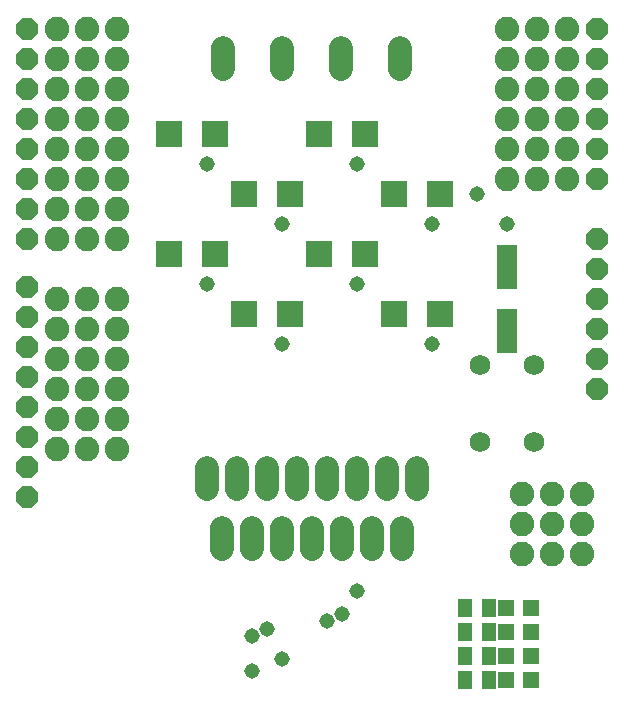
<source format=gts>
G75*
%MOIN*%
%OFA0B0*%
%FSLAX24Y24*%
%IPPOS*%
%LPD*%
%AMOC8*
5,1,8,0,0,1.08239X$1,22.5*
%
%ADD10OC8,0.0740*%
%ADD11C,0.0789*%
%ADD12C,0.0785*%
%ADD13C,0.0820*%
%ADD14R,0.0710X0.1458*%
%ADD15R,0.0867X0.0867*%
%ADD16C,0.0680*%
%ADD17R,0.0552X0.0552*%
%ADD18R,0.0513X0.0631*%
%ADD19C,0.0516*%
D10*
X001150Y012100D03*
X001150Y013100D03*
X001150Y014100D03*
X001150Y015100D03*
X001150Y016100D03*
X001150Y017100D03*
X001150Y018100D03*
X001150Y019100D03*
X001150Y020700D03*
X001150Y021700D03*
X001150Y022700D03*
X001150Y023700D03*
X001150Y024700D03*
X001150Y025700D03*
X001150Y026700D03*
X001150Y027700D03*
X020150Y027700D03*
X020150Y026700D03*
X020150Y025700D03*
X020150Y024700D03*
X020150Y023700D03*
X020150Y022700D03*
X020150Y020700D03*
X020150Y019700D03*
X020150Y018700D03*
X020150Y017700D03*
X020150Y016700D03*
X020150Y015700D03*
D11*
X007650Y011054D02*
X007650Y010346D01*
X008650Y010346D02*
X008650Y011054D01*
X009650Y011054D02*
X009650Y010346D01*
X010650Y010346D02*
X010650Y011054D01*
X011650Y011054D02*
X011650Y010346D01*
X012650Y010346D02*
X012650Y011054D01*
X013650Y011054D02*
X013650Y010346D01*
X013150Y012346D02*
X013150Y013054D01*
X012150Y013054D02*
X012150Y012346D01*
X011150Y012346D02*
X011150Y013054D01*
X010150Y013054D02*
X010150Y012346D01*
X009150Y012346D02*
X009150Y013054D01*
X008150Y013054D02*
X008150Y012346D01*
X007150Y012346D02*
X007150Y013054D01*
X014150Y013054D02*
X014150Y012346D01*
D12*
X013603Y026348D02*
X013603Y027053D01*
X011634Y027053D02*
X011634Y026348D01*
X009666Y026348D02*
X009666Y027053D01*
X007697Y027053D02*
X007697Y026348D01*
D13*
X004150Y026700D03*
X004150Y025700D03*
X004150Y024700D03*
X004150Y023700D03*
X004150Y022700D03*
X004150Y021700D03*
X004150Y020700D03*
X003150Y020700D03*
X003150Y021700D03*
X003150Y022700D03*
X003150Y023700D03*
X003150Y024700D03*
X003150Y025700D03*
X003150Y026700D03*
X003150Y027700D03*
X002150Y027700D03*
X002150Y026700D03*
X002150Y025700D03*
X002150Y024700D03*
X002150Y023700D03*
X002150Y022700D03*
X002150Y021700D03*
X002150Y020700D03*
X002150Y018700D03*
X002150Y017700D03*
X002150Y016700D03*
X002150Y015700D03*
X002150Y014700D03*
X002150Y013700D03*
X003150Y013700D03*
X003150Y014700D03*
X003150Y015700D03*
X003150Y016700D03*
X003150Y017700D03*
X003150Y018700D03*
X004150Y018700D03*
X004150Y017700D03*
X004150Y016700D03*
X004150Y015700D03*
X004150Y014700D03*
X004150Y013700D03*
X004150Y027700D03*
X017150Y027700D03*
X017150Y026700D03*
X017150Y025700D03*
X017150Y024700D03*
X017150Y023700D03*
X017150Y022700D03*
X018150Y022700D03*
X018150Y023700D03*
X018150Y024700D03*
X018150Y025700D03*
X018150Y026700D03*
X018150Y027700D03*
X019150Y027700D03*
X019150Y026700D03*
X019150Y025700D03*
X019150Y024700D03*
X019150Y023700D03*
X019150Y022700D03*
X018650Y012200D03*
X018650Y011200D03*
X018650Y010200D03*
X019650Y010200D03*
X019650Y011200D03*
X019650Y012200D03*
X017650Y012200D03*
X017650Y011200D03*
X017650Y010200D03*
D14*
X017150Y017637D03*
X017150Y019763D03*
D15*
X014914Y018200D03*
X013386Y018200D03*
X012414Y020200D03*
X010886Y020200D03*
X009914Y018200D03*
X008386Y018200D03*
X007414Y020200D03*
X005886Y020200D03*
X008386Y022200D03*
X007414Y024200D03*
X005886Y024200D03*
X009914Y022200D03*
X010886Y024200D03*
X012414Y024200D03*
X013386Y022200D03*
X014914Y022200D03*
D16*
X016260Y016480D03*
X018040Y016480D03*
X018040Y013920D03*
X016260Y013920D03*
D17*
X017137Y008400D03*
X017137Y007600D03*
X017137Y006800D03*
X017137Y006000D03*
X017963Y006000D03*
X017963Y006800D03*
X017963Y007600D03*
X017963Y008400D03*
D18*
X016544Y008400D03*
X016544Y007600D03*
X016544Y006800D03*
X016544Y006000D03*
X015756Y006000D03*
X015756Y006800D03*
X015756Y007600D03*
X015756Y008400D03*
D19*
X012150Y008950D03*
X011650Y008200D03*
X011150Y007950D03*
X009650Y006700D03*
X009150Y007700D03*
X008650Y007450D03*
X008650Y006300D03*
X009650Y017200D03*
X007150Y019200D03*
X009650Y021200D03*
X007150Y023200D03*
X012150Y023200D03*
X014650Y021200D03*
X016150Y022200D03*
X017150Y021200D03*
X014650Y017200D03*
X012150Y019200D03*
M02*

</source>
